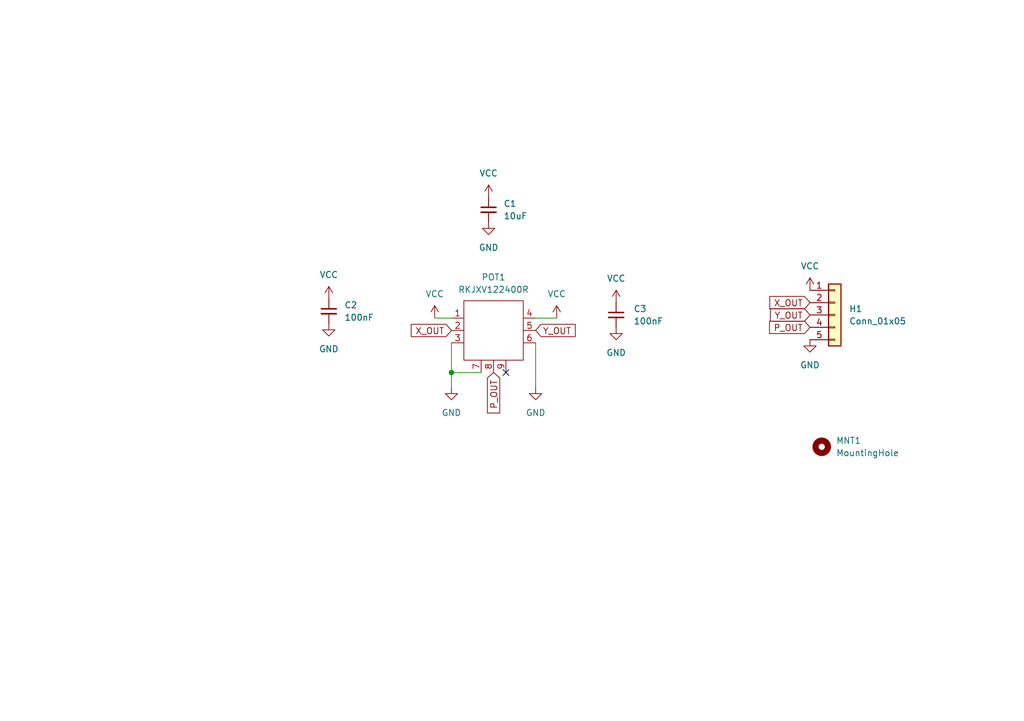
<source format=kicad_sch>
(kicad_sch (version 20211123) (generator eeschema)
  (paper "A5")
  (title_block (title "Keeb Stick") (date "2022-11-14") (rev "1") (company "Diego Covarrubias"))
  (lib_symbols
    (symbol "Connector_Generic:Conn_01x05" (pin_names (offset 1.016) hide)
      (property "Reference" "J" (at 0 7.62 0))
      (property "Value" "Conn_01x05" (at 0 -7.62 0))
      (symbol "Conn_01x05_1_1"
        (rectangle (start -1.27 -4.953) (end 0 -5.207) (stroke (width 0.1524)))
        (rectangle (start -1.27 -2.413) (end 0 -2.667) (stroke (width 0.1524)))
        (rectangle (start -1.27 0.127) (end 0 -0.127) (stroke (width 0.1524)))
        (rectangle (start -1.27 2.667) (end 0 2.413) (stroke (width 0.1524)))
        (rectangle (start -1.27 5.207) (end 0 4.953) (stroke (width 0.1524)))
        (rectangle (start -1.27 6.35) (end 1.27 -6.35) (stroke (width 0.254)) (fill (type background)))
        (pin passive line (at -5.08 5.08 0) (length 3.81) (name "Pin_1") (number "1"))
        (pin passive line (at -5.08 2.54 0) (length 3.81) (name "Pin_2") (number "2"))
        (pin passive line (at -5.08 0 0) (length 3.81) (name "Pin_3") (number "3"))
        (pin passive line (at -5.08 -2.54 0) (length 3.81) (name "Pin_4") (number "4"))
        (pin passive line (at -5.08 -5.08 0) (length 3.81) (name "Pin_5") (number "5"))
      )
    )
    (symbol "Device:C_Small" (pin_numbers hide) (pin_names (offset 0.254) hide)
      (property "Reference" "C" (at 0.254 1.778 0))
      (property "Value" "C_Small" (at 0.254 -2.032 0))
      (symbol "C_Small_0_1"
        (polyline (pts (xy -1.524 -0.508) (xy 1.524 -0.508)) (stroke (width 0.3302)))
        (polyline (pts (xy -1.524 0.508) (xy 1.524 0.508)) (stroke (width 0.3048)))
      )
      (symbol "C_Small_1_1"
        (pin passive line (at 0 2.54 270) (length 2.032) (name "~") (number "1"))
        (pin passive line (at 0 -2.54 90) (length 2.032) (name "~") (number "2"))
      )
    )
    (symbol "Mechanical:MountingHole" (pin_names (offset 1.016))
      (property "Reference" "H" (at 0 5.08 0))
      (property "Value" "MountingHole" (at 0 3.175 0))
      (symbol "MountingHole_0_1"
        (circle (center 0 0) (radius 1.27) (stroke (width 1.27)))
      )
    )
    (symbol "power:GND" (power) (pin_names (offset 0))
      (property "Value" "GND" (at 0 -3.81 0))
      (symbol "GND_0_1"
        (polyline (pts (xy 0 0) (xy 0 -1.27) (xy 1.27 -1.27) (xy 0 -2.54) (xy -1.27 -1.27) (xy 0 -1.27)))
      )
      (symbol "GND_1_1"
        (pin power_in line (at 0 0 270) (length 0) hide (name "GND") (number "1"))
      )
    )
    (symbol "power:VCC" (power) (pin_names (offset 0))
      (property "Value" "VCC" (at 0 3.81 0))
      (symbol "VCC_0_1"
        (polyline (pts (xy -0.762 1.27) (xy 0 2.54)))
        (polyline (pts (xy 0 0) (xy 0 2.54)))
        (polyline (pts (xy 0 2.54) (xy 0.762 1.27)))
      )
      (symbol "VCC_1_1"
        (pin power_in line (at 0 0 90) (length 0) hide (name "VCC") (number "1"))
      )
    )
    (symbol "rkjxv1220001:RKJXV122400R"
      (property "Reference" "POT" (at -4.318 9.906 0))
      (property "Value" "RKJXV122400R" (at 1.016 7.62 0))
      (symbol "RKJXV122400R_0_1"
        (rectangle (start -6.096 6.096) (end 6.096 -6.096))
      )
      (symbol "RKJXV122400R_1_1"
        (pin input line (at -8.636 2.54 0) (length 2.54) (name "") (number "1"))
        (pin input line (at -8.636 0 0) (length 2.54) (name "") (number "2"))
        (pin input line (at -8.636 -2.54 0) (length 2.54) (name "") (number "3"))
        (pin input line (at 8.636 2.54 180) (length 2.54) (name "") (number "4"))
        (pin input line (at 8.636 0 180) (length 2.54) (name "") (number "5"))
        (pin input line (at 8.636 -2.54 180) (length 2.54) (name "") (number "6"))
        (pin input line (at -2.54 -8.636 90) (length 2.54) (name "") (number "7"))
        (pin input line (at 0 -8.636 90) (length 2.54) (name "") (number "8"))
        (pin input line (at 2.54 -8.636 90) (length 2.54) (name "") (number "9"))
      )
    )
  )
  (junction (at 92.583 76.454))
  (no_connect (at 103.759 76.454))
  (wire (pts (xy 109.855 70.358) (xy 109.855 79.502)))
  (wire (pts (xy 114.173 65.278) (xy 109.855 65.278)))
  (wire (pts (xy 92.583 76.454) (xy 98.679 76.454)))
  (wire (pts (xy 92.583 79.502) (xy 92.583 76.454)))
  (wire (pts (xy 89.154 65.278) (xy 92.583 65.278)))
  (wire (pts (xy 92.583 70.358) (xy 92.583 76.454)))
  (global_label "Y_OUT" (shape input) (at 109.855 67.818 0) (property "Intersheet References" "${INTERSHEET_REFS}" (effects hide)))
  (global_label "Y_OUT" (shape input) (at 166.116 64.643 180) (property "Intersheet References" "${INTERSHEET_REFS}" (effects hide)))
  (global_label "X_OUT" (shape input) (at 92.583 67.818 180) (property "Intersheet References" "${INTERSHEET_REFS}" (effects hide)))
  (global_label "X_OUT" (shape input) (at 166.116 62.103 180) (property "Intersheet References" "${INTERSHEET_REFS}" (effects hide)))
  (global_label "P_OUT" (shape input) (at 166.116 67.183 180) (property "Intersheet References" "${INTERSHEET_REFS}" (effects hide)))
  (global_label "P_OUT" (shape input) (at 101.219 76.454 270) (property "Intersheet References" "${INTERSHEET_REFS}" (effects hide)))
  (symbol (lib_id "power:VCC") (at 89.154 65.278 0) (unit 1)
    (property "Reference" "#PWR0101" (effects hide))
    (property "Value" "VCC" (at 89.154 60.325 0))
  )
  (symbol (lib_id "power:GND") (at 166.116 69.723 0) (unit 1)
    (property "Reference" "#PWR0113" (effects hide))
    (property "Value" "GND" (at 166.116 74.93 0))
  )
  (symbol (lib_id "power:GND") (at 126.365 67.183 0) (unit 1)
    (property "Reference" "#PWR0107" (effects hide))
    (property "Value" "GND" (at 126.365 72.39 0))
  )
  (symbol (lib_id "power:GND") (at 67.437 66.421 0) (unit 1)
    (property "Reference" "#PWR0103" (effects hide))
    (property "Value" "GND" (at 67.437 71.628 0))
  )
  (symbol (lib_id "Device:C_Small") (at 100.203 43.053 0) (unit 1)
    (property "Reference" "C1" (at 103.251 41.7892 0) (effects (justify left)))
    (property "Value" "10uF" (at 103.251 44.3292 0) (effects (justify left)))
    (property "Footprint" "Capacitor_SMD:C_0603_1608Metric" (effects hide))
  )
  (symbol (lib_id "power:GND") (at 100.203 45.593 0) (unit 1)
    (property "Reference" "#PWR0110" (effects hide))
    (property "Value" "GND" (at 100.203 50.8 0))
  )
  (symbol (lib_id "power:GND") (at 109.855 79.502 0) (unit 1)
    (property "Reference" "#PWR0104" (effects hide))
    (property "Value" "GND" (at 109.855 84.709 0))
  )
  (symbol (lib_id "power:VCC") (at 67.437 61.341 0) (unit 1)
    (property "Reference" "#PWR0102" (effects hide))
    (property "Value" "VCC" (at 67.437 56.388 0))
  )
  (symbol (lib_id "power:GND") (at 92.583 79.502 0) (unit 1)
    (property "Reference" "#PWR0109" (effects hide))
    (property "Value" "GND" (at 92.583 84.709 0))
  )
  (symbol (lib_id "power:VCC") (at 114.173 65.278 0) (unit 1)
    (property "Reference" "#PWR0105" (effects hide))
    (property "Value" "VCC" (at 114.173 60.325 0))
  )
  (symbol (lib_id "power:VCC") (at 126.365 62.103 0) (unit 1)
    (property "Reference" "#PWR0106" (effects hide))
    (property "Value" "VCC" (at 126.365 57.15 0))
  )
  (symbol (lib_id "power:VCC") (at 100.203 40.513 0) (unit 1)
    (property "Reference" "#PWR0111" (effects hide))
    (property "Value" "VCC" (at 100.203 35.56 0))
  )
  (symbol (lib_id "Device:C_Small") (at 67.437 63.881 0) (unit 1)
    (property "Reference" "C2" (at 70.612 62.6172 0) (effects (justify left)))
    (property "Value" "100nF" (at 70.612 65.1572 0) (effects (justify left)))
    (property "Footprint" "Capacitor_SMD:C_0603_1608Metric" (effects hide))
  )
  (symbol (lib_id "Mechanical:MountingHole") (at 168.529 91.694 0) (unit 1)
    (property "Reference" "MNT1" (at 171.45 90.4239 0) (effects (justify left)))
    (property "Value" "MountingHole" (at 171.45 92.9639 0) (effects (justify left)))
    (property "Footprint" "MountingHole:MountingHole_2.2mm_M2_Pad" (effects hide))
  )
  (symbol (lib_id "rkjxv1220001:RKJXV122400R") (at 101.219 67.818 0) (unit 1)
    (property "Reference" "POT1" (at 101.219 56.896 0))
    (property "Value" "RKJXV122400R" (at 101.219 59.436 0))
    (property "Footprint" "rkjxv1220001:RKJXV122400R" (effects hide))
  )
  (symbol (lib_id "power:VCC") (at 166.116 59.563 0) (unit 1)
    (property "Reference" "#PWR0112" (effects hide))
    (property "Value" "VCC" (at 166.116 54.61 0))
  )
  (symbol (lib_id "Connector_Generic:Conn_01x05") (at 171.196 64.643 0) (unit 1)
    (property "Reference" "H1" (at 174.117 63.3729 0) (effects (justify left)))
    (property "Value" "Conn_01x05" (at 174.117 65.9129 0) (effects (justify left)))
    (property "Footprint" "Connector_Molex:Molex_PicoBlade_53047-0510_1x05_P1.25mm_Vertical" (effects hide))
  )
  (symbol (lib_id "Device:C_Small") (at 126.365 64.643 0) (unit 1)
    (property "Reference" "C3" (at 129.921 63.3792 0) (effects (justify left)))
    (property "Value" "100nF" (at 129.921 65.9192 0) (effects (justify left)))
    (property "Footprint" "Capacitor_SMD:C_0603_1608Metric" (effects hide))
  )
)
</source>
